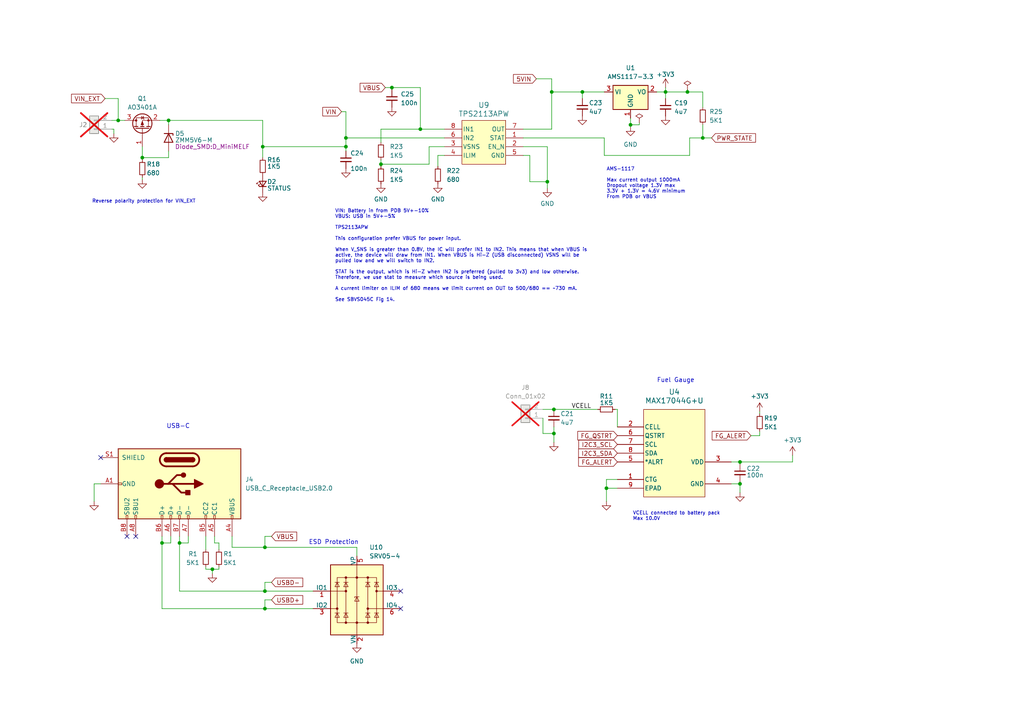
<source format=kicad_sch>
(kicad_sch (version 20230121) (generator eeschema)
  (paper "A4")
  (lib_symbols
    (symbol "Battery_Management:MAX17044G+U" (pin_names (offset 0.254))
      (property "Reference" "U4" (at 0 21.59 0))
      (property "Value" "MAX17044G+U" (at 0 19.05 0))
      (symbol "MAX17044G+U_0_1"
        (pin unspecified line (at -16.51 -3.81 0) (length 7.62) (name "CTG") (number "1"))
        (pin input line (at -16.51 11.43 0) (length 7.62) (name "CELL") (number "2"))
        (pin power_in line (at 16.51 1.27 180) (length 7.62) (name "VDD") (number "3"))
        (pin power_in line (at 16.51 -5.08 180) (length 7.62) (name "GND") (number "4"))
        (pin output line (at -16.51 1.27 0) (length 7.62) (name "*ALRT") (number "5"))
        (pin input line (at -16.51 8.89 0) (length 7.62) (name "QSTRT") (number "6"))
        (pin input line (at -16.51 6.35 0) (length 7.62) (name "SCL") (number "7"))
        (pin bidirectional line (at -16.51 3.81 0) (length 7.62) (name "SDA") (number "8"))
        (pin unspecified line (at -16.51 -6.35 0) (length 7.62) (name "EPAD") (number "9"))
      )
      (symbol "MAX17044G+U_1_1"
        (rectangle (start -8.89 16.51) (end 8.89 -8.89) (fill (type background)))
      )
    )
    (symbol "Connector:USB_C_Receptacle_USB2.0" (pin_names (offset 1.016))
      (property "Reference" "J" (at -10.16 19.05 0))
      (property "Value" "USB_C_Receptacle_USB2.0" (at 19.05 19.05 0))
      (symbol "USB_C_Receptacle_USB2.0_0_0"
        (rectangle (start -0.254 -17.78) (end 0.254 -16.764))
        (rectangle (start 10.16 -14.986) (end 9.144 -15.494))
        (rectangle (start 10.16 -12.446) (end 9.144 -12.954))
        (rectangle (start 10.16 -4.826) (end 9.144 -5.334))
        (rectangle (start 10.16 -2.286) (end 9.144 -2.794))
        (rectangle (start 10.16 0.254) (end 9.144 -0.254))
        (rectangle (start 10.16 2.794) (end 9.144 2.286))
        (rectangle (start 10.16 7.874) (end 9.144 7.366))
        (rectangle (start 10.16 10.414) (end 9.144 9.906))
        (rectangle (start 10.16 15.494) (end 9.144 14.986))
      )
      (symbol "USB_C_Receptacle_USB2.0_0_1"
        (rectangle (start -10.16 17.78) (end 10.16 -17.78) (stroke (width 0.254)) (fill (type background)))
        (arc (start -8.89 -3.81) (mid -6.985 -5.7067) (end -5.08 -3.81) (stroke (width 0.508)))
        (arc (start -7.62 -3.81) (mid -6.985 -4.4423) (end -6.35 -3.81) (stroke (width 0.254)))
        (arc (start -7.62 -3.81) (mid -6.985 -4.4423) (end -6.35 -3.81) (stroke (width 0.254)) (fill (type outline)))
        (rectangle (start -7.62 -3.81) (end -6.35 3.81) (stroke (width 0.254)) (fill (type outline)))
        (arc (start -6.35 3.81) (mid -6.985 4.4423) (end -7.62 3.81) (stroke (width 0.254)))
        (arc (start -6.35 3.81) (mid -6.985 4.4423) (end -7.62 3.81) (stroke (width 0.254)) (fill (type outline)))
        (arc (start -5.08 3.81) (mid -6.985 5.7067) (end -8.89 3.81) (stroke (width 0.508)))
        (circle (center -2.54 1.143) (radius 0.635) (stroke (width 0.254)) (fill (type outline)))
        (circle (center 0 -5.842) (radius 1.27) (fill (type outline)))
        (polyline (pts (xy -8.89 -3.81) (xy -8.89 3.81)) (stroke (width 0.508)))
        (polyline (pts (xy -5.08 3.81) (xy -5.08 -3.81)) (stroke (width 0.508)))
        (polyline (pts (xy 0 -5.842) (xy 0 4.318)) (stroke (width 0.508)))
        (polyline (pts (xy 0 -3.302) (xy -2.54 -0.762) (xy -2.54 0.508)) (stroke (width 0.508)))
        (polyline (pts (xy 0 -2.032) (xy 2.54 0.508) (xy 2.54 1.778)) (stroke (width 0.508)))
        (polyline (pts (xy -1.27 4.318) (xy 0 6.858) (xy 1.27 4.318) (xy -1.27 4.318)) (stroke (width 0.254)) (fill (type outline)))
        (rectangle (start 1.905 1.778) (end 3.175 3.048) (stroke (width 0.254)) (fill (type outline)))
      )
      (symbol "USB_C_Receptacle_USB2.0_1_1"
        (pin passive line (at 0 -22.86 90) (length 5.08) (name "GND") (number "A1"))
        (pin passive line (at 0 -22.86 90) (length 5.08) hide (name "GND") (number "A12"))
        (pin passive line (at 15.24 15.24 180) (length 5.08) (name "VBUS") (number "A4"))
        (pin bidirectional line (at 15.24 10.16 180) (length 5.08) (name "CC1") (number "A5"))
        (pin bidirectional line (at 15.24 -2.54 180) (length 5.08) (name "D+") (number "A6"))
        (pin bidirectional line (at 15.24 2.54 180) (length 5.08) (name "D-") (number "A7"))
        (pin bidirectional line (at 15.24 -12.7 180) (length 5.08) (name "SBU1") (number "A8"))
        (pin passive line (at 15.24 15.24 180) (length 5.08) hide (name "VBUS") (number "A9"))
        (pin passive line (at 0 -22.86 90) (length 5.08) hide (name "GND") (number "B1"))
        (pin passive line (at 0 -22.86 90) (length 5.08) hide (name "GND") (number "B12"))
        (pin passive line (at 15.24 15.24 180) (length 5.08) hide (name "VBUS") (number "B4"))
        (pin bidirectional line (at 15.24 7.62 180) (length 5.08) (name "CC2") (number "B5"))
        (pin bidirectional line (at 15.24 -5.08 180) (length 5.08) (name "D+") (number "B6"))
        (pin bidirectional line (at 15.24 0 180) (length 5.08) (name "D-") (number "B7"))
        (pin bidirectional line (at 15.24 -15.24 180) (length 5.08) (name "SBU2") (number "B8"))
        (pin passive line (at 15.24 15.24 180) (length 5.08) hide (name "VBUS") (number "B9"))
        (pin passive line (at -7.62 -22.86 90) (length 5.08) (name "SHIELD") (number "S1"))
      )
    )
    (symbol "Connector_Generic:Conn_01x02" (pin_names (offset 1.016) hide)
      (property "Reference" "J" (at 0 2.54 0))
      (property "Value" "Conn_01x02" (at 0 -5.08 0))
      (symbol "Conn_01x02_1_1"
        (rectangle (start -1.27 -2.413) (end 0 -2.667) (stroke (width 0.1524)))
        (rectangle (start -1.27 0.127) (end 0 -0.127) (stroke (width 0.1524)))
        (rectangle (start -1.27 1.27) (end 1.27 -3.81) (stroke (width 0.254)) (fill (type background)))
        (pin passive line (at -5.08 0 0) (length 3.81) (name "Pin_1") (number "1"))
        (pin passive line (at -5.08 -2.54 0) (length 3.81) (name "Pin_2") (number "2"))
      )
    )
    (symbol "Device:C_Small" (pin_numbers hide) (pin_names (offset 0.254) hide)
      (property "Reference" "C" (at 0.254 1.778 0))
      (property "Value" "C_Small" (at 0.254 -2.032 0))
      (symbol "C_Small_0_1"
        (polyline (pts (xy -1.524 -0.508) (xy 1.524 -0.508)) (stroke (width 0.3302)))
        (polyline (pts (xy -1.524 0.508) (xy 1.524 0.508)) (stroke (width 0.3048)))
      )
      (symbol "C_Small_1_1"
        (pin passive line (at 0 2.54 270) (length 2.032) (name "~") (number "1"))
        (pin passive line (at 0 -2.54 90) (length 2.032) (name "~") (number "2"))
      )
    )
    (symbol "Device:D_Zener" (pin_numbers hide) (pin_names (offset 1.016) hide)
      (property "Reference" "D" (at 0 2.54 0))
      (property "Value" "D_Zener" (at 0 -2.54 0))
      (symbol "D_Zener_0_1"
        (polyline (pts (xy 1.27 0) (xy -1.27 0)))
        (polyline (pts (xy -1.27 -1.27) (xy -1.27 1.27) (xy -0.762 1.27)) (stroke (width 0.254)))
        (polyline (pts (xy 1.27 -1.27) (xy 1.27 1.27) (xy -1.27 0) (xy 1.27 -1.27)) (stroke (width 0.254)))
      )
      (symbol "D_Zener_1_1"
        (pin passive line (at -3.81 0 0) (length 2.54) (name "K") (number "1"))
        (pin passive line (at 3.81 0 180) (length 2.54) (name "A") (number "2"))
      )
    )
    (symbol "Device:LED_Small" (pin_numbers hide) (pin_names (offset 0.254) hide)
      (property "Reference" "D" (at -1.27 3.175 0))
      (property "Value" "LED_Small" (at -4.445 -2.54 0))
      (symbol "LED_Small_0_1"
        (polyline (pts (xy -0.762 -1.016) (xy -0.762 1.016)) (stroke (width 0.254)))
        (polyline (pts (xy 1.016 0) (xy -0.762 0)))
        (polyline (pts (xy 0.762 -1.016) (xy -0.762 0) (xy 0.762 1.016) (xy 0.762 -1.016)) (stroke (width 0.254)))
        (polyline (pts (xy 0 0.762) (xy -0.508 1.27) (xy -0.254 1.27) (xy -0.508 1.27) (xy -0.508 1.016)))
        (polyline (pts (xy 0.508 1.27) (xy 0 1.778) (xy 0.254 1.778) (xy 0 1.778) (xy 0 1.524)))
      )
      (symbol "LED_Small_1_1"
        (pin passive line (at -2.54 0 0) (length 1.778) (name "K") (number "1"))
        (pin passive line (at 2.54 0 180) (length 1.778) (name "A") (number "2"))
      )
    )
    (symbol "Device:R_Small" (pin_numbers hide) (pin_names (offset 0.254) hide)
      (property "Reference" "R" (at 0.762 0.508 0))
      (property "Value" "R_Small" (at 0.762 -1.016 0))
      (symbol "R_Small_0_1"
        (rectangle (start -0.762 1.778) (end 0.762 -1.778) (stroke (width 0.2032)))
      )
      (symbol "R_Small_1_1"
        (pin passive line (at 0 2.54 270) (length 0.762) (name "~") (number "1"))
        (pin passive line (at 0 -2.54 90) (length 0.762) (name "~") (number "2"))
      )
    )
    (symbol "Power_Protection:SRV05-4" (pin_names (offset 0))
      (property "Reference" "U" (at -5.08 11.43 0))
      (property "Value" "SRV05-4" (at 2.54 11.43 0))
      (symbol "SRV05-4_0_0"
        (rectangle (start -5.715 6.477) (end 5.715 -6.604))
        (polyline (pts (xy -3.175 -6.604) (xy -3.175 6.477)))
        (polyline (pts (xy 3.175 6.477) (xy 3.175 -6.604)))
      )
      (symbol "SRV05-4_0_1"
        (rectangle (start -7.62 10.16) (end 7.62 -10.16) (stroke (width 0.254)) (fill (type background)))
        (circle (center -5.715 -2.54) (radius 0.2794) (fill (type outline)))
        (circle (center -3.175 -6.604) (radius 0.2794) (fill (type outline)))
        (circle (center -3.175 2.54) (radius 0.2794) (fill (type outline)))
        (circle (center -3.175 6.477) (radius 0.2794) (fill (type outline)))
        (circle (center 0 -6.604) (radius 0.2794) (fill (type outline)))
        (polyline (pts (xy -7.747 2.54) (xy -3.175 2.54)))
        (polyline (pts (xy -7.62 -2.54) (xy -5.715 -2.54)))
        (polyline (pts (xy -5.08 -3.81) (xy -6.35 -3.81)))
        (polyline (pts (xy -5.08 5.08) (xy -6.35 5.08)))
        (polyline (pts (xy -2.54 -3.81) (xy -3.81 -3.81)))
        (polyline (pts (xy -2.54 5.08) (xy -3.81 5.08)))
        (polyline (pts (xy 0 10.16) (xy 0 -10.16)))
        (polyline (pts (xy 3.81 -3.81) (xy 2.54 -3.81)))
        (polyline (pts (xy 3.81 5.08) (xy 2.54 5.08)))
        (polyline (pts (xy 6.35 -3.81) (xy 5.08 -3.81)))
        (polyline (pts (xy 6.35 5.08) (xy 5.08 5.08)))
        (polyline (pts (xy 7.62 -2.54) (xy 3.175 -2.54)))
        (polyline (pts (xy 7.62 2.54) (xy 5.715 2.54)))
        (polyline (pts (xy 0.635 0.889) (xy -0.635 0.889) (xy -0.635 0.635)))
        (polyline (pts (xy -5.08 -5.08) (xy -6.35 -5.08) (xy -5.715 -3.81) (xy -5.08 -5.08)))
        (polyline (pts (xy -5.08 3.81) (xy -6.35 3.81) (xy -5.715 5.08) (xy -5.08 3.81)))
        (polyline (pts (xy -2.54 -5.08) (xy -3.81 -5.08) (xy -3.175 -3.81) (xy -2.54 -5.08)))
        (polyline (pts (xy -2.54 3.81) (xy -3.81 3.81) (xy -3.175 5.08) (xy -2.54 3.81)))
        (polyline (pts (xy 0.635 -0.381) (xy -0.635 -0.381) (xy 0 0.889) (xy 0.635 -0.381)))
        (polyline (pts (xy 3.81 -5.08) (xy 2.54 -5.08) (xy 3.175 -3.81) (xy 3.81 -5.08)))
        (polyline (pts (xy 3.81 3.81) (xy 2.54 3.81) (xy 3.175 5.08) (xy 3.81 3.81)))
        (polyline (pts (xy 6.35 -5.08) (xy 5.08 -5.08) (xy 5.715 -3.81) (xy 6.35 -5.08)))
        (polyline (pts (xy 6.35 3.81) (xy 5.08 3.81) (xy 5.715 5.08) (xy 6.35 3.81)))
        (circle (center 0 6.477) (radius 0.2794) (fill (type outline)))
        (circle (center 3.175 -6.604) (radius 0.2794) (fill (type outline)))
        (circle (center 3.175 -2.54) (radius 0.2794) (fill (type outline)))
        (circle (center 3.175 6.477) (radius 0.2794) (fill (type outline)))
        (circle (center 5.715 2.54) (radius 0.2794) (fill (type outline)))
      )
      (symbol "SRV05-4_1_1"
        (pin passive line (at -12.7 2.54 0) (length 5.08) (name "IO1") (number "1"))
        (pin passive line (at 0 -12.7 90) (length 2.54) (name "VN") (number "2"))
        (pin passive line (at -12.7 -2.54 0) (length 5.08) (name "IO2") (number "3"))
        (pin passive line (at 12.7 2.54 180) (length 5.08) (name "IO3") (number "4"))
        (pin passive line (at 0 12.7 270) (length 2.54) (name "VP") (number "5"))
        (pin passive line (at 12.7 -2.54 180) (length 5.08) (name "IO4") (number "6"))
      )
    )
    (symbol "Power_Supervisor:TPS2113APW" (pin_names (offset 0.254))
      (property "Reference" "U9" (at 0 10.16 0))
      (property "Value" "TPS2113APW" (at 0 7.62 0))
      (symbol "TPS2113APW_0_1"
        (pin tri_state line (at 11.43 1.27 180) (length 5.08) (name "STAT") (number "1"))
        (pin input line (at 11.43 -1.27 180) (length 5.08) (name "EN_N") (number "2"))
        (pin input line (at -11.43 -1.27 0) (length 5.08) (name "VSNS") (number "3"))
        (pin input line (at -11.43 -3.81 0) (length 5.08) (name "ILIM") (number "4"))
        (pin power_in line (at 11.43 -3.81 180) (length 5.08) (name "GND") (number "5"))
        (pin power_in line (at -11.43 1.27 0) (length 5.08) (name "IN2") (number "6"))
        (pin power_in line (at 11.43 3.81 180) (length 5.08) (name "OUT") (number "7"))
        (pin power_in line (at -11.43 3.81 0) (length 5.08) (name "IN1") (number "8"))
      )
      (symbol "TPS2113APW_1_1"
        (rectangle (start -6.35 6.35) (end 6.35 -6.35) (fill (type background)))
      )
    )
    (symbol "Regulator_Linear:AMS1117-3.3"
      (property "Reference" "U" (at -3.81 3.175 0))
      (property "Value" "AMS1117-3.3" (at 0 3.175 0))
      (symbol "AMS1117-3.3_0_1"
        (rectangle (start -5.08 -5.08) (end 5.08 1.905) (stroke (width 0.254)) (fill (type background)))
      )
      (symbol "AMS1117-3.3_1_1"
        (pin power_in line (at 0 -7.62 90) (length 2.54) (name "GND") (number "1"))
        (pin power_out line (at 7.62 0 180) (length 2.54) (name "VO") (number "2"))
        (pin power_in line (at -7.62 0 0) (length 2.54) (name "VI") (number "3"))
      )
    )
    (symbol "Transistor_FET:AO3401A" (pin_names hide)
      (property "Reference" "Q" (at 5.08 1.905 0))
      (property "Value" "AO3401A" (at 5.08 0 0))
      (symbol "AO3401A_0_1"
        (polyline (pts (xy 0.254 0) (xy -2.54 0)))
        (polyline (pts (xy 0.254 1.905) (xy 0.254 -1.905)) (stroke (width 0.254)))
        (polyline (pts (xy 0.762 -1.27) (xy 0.762 -2.286)) (stroke (width 0.254)))
        (polyline (pts (xy 0.762 0.508) (xy 0.762 -0.508)) (stroke (width 0.254)))
        (polyline (pts (xy 0.762 2.286) (xy 0.762 1.27)) (stroke (width 0.254)))
        (polyline (pts (xy 2.54 2.54) (xy 2.54 1.778)))
        (polyline (pts (xy 2.54 -2.54) (xy 2.54 0) (xy 0.762 0)))
        (polyline (pts (xy 0.762 1.778) (xy 3.302 1.778) (xy 3.302 -1.778) (xy 0.762 -1.778)))
        (polyline (pts (xy 2.286 0) (xy 1.27 0.381) (xy 1.27 -0.381) (xy 2.286 0)) (fill (type outline)))
        (polyline (pts (xy 2.794 -0.508) (xy 2.921 -0.381) (xy 3.683 -0.381) (xy 3.81 -0.254)))
        (polyline (pts (xy 3.302 -0.381) (xy 2.921 0.254) (xy 3.683 0.254) (xy 3.302 -0.381)))
        (circle (center 1.651 0) (radius 2.794) (stroke (width 0.254)))
        (circle (center 2.54 -1.778) (radius 0.254) (fill (type outline)))
        (circle (center 2.54 1.778) (radius 0.254) (fill (type outline)))
      )
      (symbol "AO3401A_1_1"
        (pin input line (at -5.08 0 0) (length 2.54) (name "G") (number "1"))
        (pin passive line (at 2.54 -5.08 90) (length 2.54) (name "S") (number "2"))
        (pin passive line (at 2.54 5.08 270) (length 2.54) (name "D") (number "3"))
      )
    )
    (symbol "power:+3V3" (power) (pin_names (offset 0))
      (property "Value" "+3V3" (at 0 3.556 0))
      (symbol "+3V3_0_1"
        (polyline (pts (xy -0.762 1.27) (xy 0 2.54)))
        (polyline (pts (xy 0 0) (xy 0 2.54)))
        (polyline (pts (xy 0 2.54) (xy 0.762 1.27)))
      )
      (symbol "+3V3_1_1"
        (pin power_in line (at 0 0 90) (length 0) hide (name "+3V3") (number "1"))
      )
    )
    (symbol "power:GND" (power) (pin_names (offset 0))
      (property "Value" "GND" (at 0 -3.81 0))
      (symbol "GND_0_1"
        (polyline (pts (xy 0 0) (xy 0 -1.27) (xy 1.27 -1.27) (xy 0 -2.54) (xy -1.27 -1.27) (xy 0 -1.27)))
      )
      (symbol "GND_1_1"
        (pin power_in line (at 0 0 270) (length 0) hide (name "GND") (number "1"))
      )
    )
    (symbol "power:PWR_FLAG" (power) (pin_numbers hide) (pin_names (offset 0) hide)
      (property "Value" "PWR_FLAG" (at 0 3.81 0))
      (symbol "PWR_FLAG_0_0"
        (pin power_out line (at 0 0 90) (length 0) (name "pwr") (number "1"))
      )
      (symbol "PWR_FLAG_0_1"
        (polyline (pts (xy 0 0) (xy 0 1.27) (xy -1.016 1.905) (xy 0 2.54) (xy 1.016 1.905) (xy 0 1.27)))
      )
    )
  )
  (junction (at 168.91 26.67))
  (junction (at 160.655 118.745))
  (junction (at 193.04 26.67))
  (junction (at 76.835 176.53))
  (junction (at 214.63 133.985))
  (junction (at 52.07 157.48))
  (junction (at 76.835 158.75))
  (junction (at 175.895 141.605))
  (junction (at 34.29 34.925))
  (junction (at 121.92 37.465))
  (junction (at 203.835 40.005))
  (junction (at 182.88 36.195))
  (junction (at 158.75 52.705))
  (junction (at 199.39 26.67))
  (junction (at 113.665 25.4))
  (junction (at 76.835 171.45))
  (junction (at 110.49 47.625))
  (junction (at 41.275 45.72))
  (junction (at 214.63 140.335))
  (junction (at 48.895 34.925))
  (junction (at 160.655 125.73))
  (junction (at 46.99 157.48))
  (junction (at 76.2 42.545))
  (junction (at 100.33 42.545))
  (junction (at 61.595 165.1))
  (junction (at 100.33 40.005))
  (junction (at 160.02 26.67))
  (no_connect (at 116.205 176.53))
  (no_connect (at 29.21 132.715))
  (no_connect (at 39.37 155.575))
  (no_connect (at 116.205 171.45))
  (no_connect (at 36.83 155.575))
  (wire (pts (xy 78.74 168.91) (xy 76.835 168.91)))
  (wire (pts (xy 206.375 40.005) (xy 203.835 40.005)))
  (wire (pts (xy 175.895 141.605) (xy 179.07 141.605)))
  (wire (pts (xy 67.31 155.575) (xy 67.31 158.75)))
  (wire (pts (xy 124.46 42.545) (xy 124.46 47.625)))
  (wire (pts (xy 49.53 157.48) (xy 49.53 155.575)))
  (wire (pts (xy 157.48 125.73) (xy 160.655 125.73)))
  (wire (pts (xy 34.29 28.575) (xy 34.29 34.925)))
  (wire (pts (xy 229.87 132.08) (xy 229.87 133.985)))
  (wire (pts (xy 76.835 158.75) (xy 103.505 158.75)))
  (wire (pts (xy 179.07 139.065) (xy 175.895 139.065)))
  (wire (pts (xy 100.33 32.385) (xy 99.06 32.385)))
  (wire (pts (xy 160.02 22.86) (xy 160.02 26.67)))
  (wire (pts (xy 100.33 42.545) (xy 100.33 43.815)))
  (wire (pts (xy 103.505 158.75) (xy 103.505 161.29)))
  (wire (pts (xy 54.61 157.48) (xy 54.61 155.575)))
  (wire (pts (xy 52.07 171.45) (xy 76.835 171.45)))
  (wire (pts (xy 157.48 121.285) (xy 157.48 125.73)))
  (wire (pts (xy 157.48 118.745) (xy 160.655 118.745)))
  (wire (pts (xy 128.905 37.465) (xy 121.92 37.465)))
  (wire (pts (xy 110.49 47.625) (xy 110.49 48.26)))
  (wire (pts (xy 30.48 28.575) (xy 34.29 28.575)))
  (wire (pts (xy 182.88 36.195) (xy 185.42 36.195)))
  (wire (pts (xy 110.49 37.465) (xy 121.92 37.465)))
  (wire (pts (xy 160.02 26.67) (xy 168.91 26.67)))
  (wire (pts (xy 214.63 133.985) (xy 214.63 134.62)))
  (wire (pts (xy 214.63 139.7) (xy 214.63 140.335)))
  (wire (pts (xy 41.275 42.545) (xy 41.275 45.72)))
  (wire (pts (xy 160.655 118.745) (xy 173.355 118.745)))
  (wire (pts (xy 46.99 155.575) (xy 46.99 157.48)))
  (wire (pts (xy 214.63 133.985) (xy 229.87 133.985)))
  (wire (pts (xy 203.835 40.005) (xy 203.835 36.195)))
  (wire (pts (xy 128.905 45.085) (xy 127 45.085)))
  (wire (pts (xy 34.29 34.925) (xy 36.195 34.925)))
  (wire (pts (xy 76.2 42.545) (xy 76.2 45.72)))
  (wire (pts (xy 185.42 36.195) (xy 185.42 35.56)))
  (wire (pts (xy 193.04 26.67) (xy 199.39 26.67)))
  (wire (pts (xy 100.33 40.005) (xy 100.33 42.545)))
  (wire (pts (xy 32.385 37.465) (xy 33.02 37.465)))
  (wire (pts (xy 63.5 159.385) (xy 63.5 157.48)))
  (wire (pts (xy 151.765 37.465) (xy 160.02 37.465)))
  (wire (pts (xy 41.275 45.72) (xy 48.895 45.72)))
  (wire (pts (xy 63.5 157.48) (xy 62.23 157.48)))
  (wire (pts (xy 76.835 173.99) (xy 76.835 176.53)))
  (wire (pts (xy 41.275 51.435) (xy 41.275 52.07)))
  (wire (pts (xy 175.895 139.065) (xy 175.895 141.605)))
  (wire (pts (xy 155.575 22.86) (xy 160.02 22.86)))
  (wire (pts (xy 76.835 176.53) (xy 90.805 176.53)))
  (wire (pts (xy 48.895 45.72) (xy 48.895 43.815)))
  (wire (pts (xy 121.92 25.4) (xy 113.665 25.4)))
  (wire (pts (xy 100.33 32.385) (xy 100.33 40.005)))
  (wire (pts (xy 41.275 45.72) (xy 41.275 46.355)))
  (wire (pts (xy 168.91 26.67) (xy 175.26 26.67)))
  (wire (pts (xy 153.67 45.085) (xy 153.67 52.705)))
  (wire (pts (xy 76.835 155.575) (xy 76.835 158.75)))
  (wire (pts (xy 217.805 126.365) (xy 220.345 126.365)))
  (wire (pts (xy 63.5 164.465) (xy 63.5 165.1)))
  (wire (pts (xy 76.2 34.925) (xy 76.2 42.545)))
  (wire (pts (xy 214.63 140.335) (xy 214.63 142.875)))
  (wire (pts (xy 212.09 140.335) (xy 214.63 140.335)))
  (wire (pts (xy 128.905 42.545) (xy 124.46 42.545)))
  (wire (pts (xy 179.07 118.745) (xy 179.07 123.825)))
  (wire (pts (xy 203.835 26.67) (xy 199.39 26.67)))
  (wire (pts (xy 212.09 133.985) (xy 214.63 133.985)))
  (wire (pts (xy 59.69 159.385) (xy 59.69 155.575)))
  (wire (pts (xy 175.26 40.005) (xy 175.26 45.085)))
  (wire (pts (xy 111.76 25.4) (xy 113.665 25.4)))
  (wire (pts (xy 76.835 171.45) (xy 90.805 171.45)))
  (wire (pts (xy 61.595 165.1) (xy 63.5 165.1)))
  (wire (pts (xy 113.665 25.4) (xy 113.665 26.035)))
  (wire (pts (xy 76.835 155.575) (xy 78.74 155.575)))
  (wire (pts (xy 33.02 37.465) (xy 33.02 38.735)))
  (wire (pts (xy 160.655 125.73) (xy 160.655 123.825)))
  (wire (pts (xy 160.02 37.465) (xy 160.02 26.67)))
  (wire (pts (xy 48.895 34.925) (xy 76.2 34.925)))
  (wire (pts (xy 52.07 157.48) (xy 52.07 171.45)))
  (wire (pts (xy 52.07 157.48) (xy 54.61 157.48)))
  (wire (pts (xy 151.765 42.545) (xy 158.75 42.545)))
  (wire (pts (xy 193.04 25.4) (xy 193.04 26.67)))
  (wire (pts (xy 175.26 45.085) (xy 200.025 45.085)))
  (wire (pts (xy 76.2 42.545) (xy 100.33 42.545)))
  (wire (pts (xy 62.23 157.48) (xy 62.23 155.575)))
  (wire (pts (xy 46.355 34.925) (xy 48.895 34.925)))
  (wire (pts (xy 59.69 165.1) (xy 61.595 165.1)))
  (wire (pts (xy 127 45.085) (xy 127 48.26)))
  (wire (pts (xy 200.025 40.005) (xy 203.835 40.005)))
  (wire (pts (xy 175.895 141.605) (xy 175.895 145.415)))
  (wire (pts (xy 59.69 164.465) (xy 59.69 165.1)))
  (wire (pts (xy 78.74 173.99) (xy 76.835 173.99)))
  (wire (pts (xy 46.99 176.53) (xy 76.835 176.53)))
  (wire (pts (xy 46.99 157.48) (xy 49.53 157.48)))
  (wire (pts (xy 48.895 34.925) (xy 48.895 36.195)))
  (wire (pts (xy 220.345 119.38) (xy 220.345 120.015)))
  (wire (pts (xy 46.99 176.53) (xy 46.99 157.48)))
  (wire (pts (xy 121.92 37.465) (xy 121.92 25.4)))
  (wire (pts (xy 160.655 128.27) (xy 160.655 125.73)))
  (wire (pts (xy 110.49 46.355) (xy 110.49 47.625)))
  (wire (pts (xy 190.5 26.67) (xy 193.04 26.67)))
  (wire (pts (xy 220.345 125.095) (xy 220.345 126.365)))
  (wire (pts (xy 179.07 118.745) (xy 178.435 118.745)))
  (wire (pts (xy 193.04 28.575) (xy 193.04 26.67)))
  (wire (pts (xy 27.305 140.335) (xy 27.305 145.415)))
  (wire (pts (xy 200.025 45.085) (xy 200.025 40.005)))
  (wire (pts (xy 52.07 155.575) (xy 52.07 157.48)))
  (wire (pts (xy 61.595 166.37) (xy 61.595 165.1)))
  (wire (pts (xy 151.765 45.085) (xy 153.67 45.085)))
  (wire (pts (xy 158.75 42.545) (xy 158.75 52.705)))
  (wire (pts (xy 153.67 52.705) (xy 158.75 52.705)))
  (wire (pts (xy 168.91 26.67) (xy 168.91 28.575)))
  (wire (pts (xy 182.88 36.83) (xy 182.88 36.195)))
  (wire (pts (xy 110.49 41.275) (xy 110.49 37.465)))
  (wire (pts (xy 67.31 158.75) (xy 76.835 158.75)))
  (wire (pts (xy 32.385 34.925) (xy 34.29 34.925)))
  (wire (pts (xy 203.835 31.115) (xy 203.835 26.67)))
  (wire (pts (xy 158.75 54.61) (xy 158.75 52.705)))
  (wire (pts (xy 182.88 34.29) (xy 182.88 36.195)))
  (wire (pts (xy 27.305 140.335) (xy 29.21 140.335)))
  (wire (pts (xy 199.39 26.67) (xy 199.39 26.035)))
  (wire (pts (xy 110.49 47.625) (xy 124.46 47.625)))
  (wire (pts (xy 76.835 168.91) (xy 76.835 171.45)))
  (wire (pts (xy 151.765 40.005) (xy 175.26 40.005)))
  (wire (pts (xy 100.33 40.005) (xy 128.905 40.005)))
  (text "VCELL connected to battery pack\nMax 10.0V" (at 183.515 151.13 0) (effects (font (size 1 1)) (justify left bottom)))
  (text "Fuel Gauge" (at 190.5 111.125 0) (effects (font (size 1.27 1.27)) (justify left bottom)))
  (text "ESD Protection" (at 89.535 158.115 0) (effects (font (size 1.27 1.27)) (justify left bottom)))
  (text "USB-C" (at 48.26 124.46 0) (effects (font (size 1.27 1.27)) (justify left bottom)))
  (text "Reverse polarity protection for VIN_EXT" (at 26.67 59.055 0) (effects (font (size 1 1)) (justify left bottom)))
  (text "AMS-1117\n\nMax current output 1000mA\nDropout voltage 1.3V max\n3.3V + 1.3V = 4.6V minimum\nFrom PDB or VBUS" (at 175.895 57.785 0) (effects (font (size 1 1)) (justify left bottom)))
  (text "VIN: Battery in from PDB 5V+-10%\nVBUS: USB in 5V+-5%\n\nTPS2113APW\n\nThis configuration prefer VBUS for power input.\n\nWhen V_SNS is greater than 0.8V, the IC will prefer IN1 to IN2. This means that when VBUS is\nactive, the device will draw from IN1. When VBUS is Hi-Z (USB disconnected) VSNS will be\npulled low and we will switch to IN2. \n\nSTAT is the output, which is Hi-Z when IN2 is preferred (pulled to 3v3) and low otherwise. \nTherefore, we use stat to measure which source is being used.\n\nA current limiter on ILIM of 680 means we limit current on OUT to 500/680 == ~730 mA.\n\nSee SBVS045C Fig 14." (at 97.155 87.63 0) (effects (font (size 1 1)) (justify left bottom)))
  (label "VCELL" (at 165.735 118.745 0))
  (global_label "I2C3_SCL" (shape input) (at 179.07 128.905 180) (property "Intersheetrefs" "${INTERSHEET_REFS}" (effects hide)))
  (global_label "VBUS" (shape input) (at 78.74 155.575 0) (property "Intersheetrefs" "${INTERSHEET_REFS}" (effects hide)))
  (global_label "USBD-" (shape input) (at 78.74 168.91 0) (property "Intersheetrefs" "${INTERSHEET_REFS}" (effects hide)))
  (global_label "FG_QSTRT" (shape input) (at 179.07 126.365 180) (property "Intersheetrefs" "${INTERSHEET_REFS}" (effects hide)))
  (global_label "FG_ALERT" (shape input) (at 179.07 133.985 180) (property "Intersheetrefs" "${INTERSHEET_REFS}" (effects hide)))
  (global_label "5VIN" (shape input) (at 155.575 22.86 180) (property "Intersheetrefs" "${INTERSHEET_REFS}" (effects hide)))
  (global_label "FG_ALERT" (shape input) (at 217.805 126.365 180) (property "Intersheetrefs" "${INTERSHEET_REFS}" (effects hide)))
  (global_label "VIN_EXT" (shape input) (at 30.48 28.575 180) (property "Intersheetrefs" "${INTERSHEET_REFS}" (effects hide)))
  (global_label "VIN" (shape input) (at 99.06 32.385 180) (property "Intersheetrefs" "${INTERSHEET_REFS}" (effects hide)))
  (global_label "USBD+" (shape input) (at 78.74 173.99 0) (property "Intersheetrefs" "${INTERSHEET_REFS}" (effects hide)))
  (global_label "PWR_STATE" (shape input) (at 206.375 40.005 0) (property "Intersheetrefs" "${INTERSHEET_REFS}" (effects hide)))
  (global_label "I2C3_SDA" (shape input) (at 179.07 131.445 180) (property "Intersheetrefs" "${INTERSHEET_REFS}" (effects hide)))
  (global_label "VBUS" (shape input) (at 111.76 25.4 180) (property "Intersheetrefs" "${INTERSHEET_REFS}" (effects hide)))
  (symbol (lib_id "Device:C_Small") (at 160.655 121.285 0) (unit 1)
    (property "Reference" "C21" (at 162.56 120.015 0) (effects (justify left)))
    (property "Value" "4u7" (at 162.56 122.555 0) (effects (justify left)))
    (property "Footprint" "Capacitor_SMD:C_0603_1608Metric" (effects hide))
  )
  (symbol (lib_id "Device:C_Small") (at 214.63 137.16 0) (unit 1)
    (property "Reference" "C22" (at 216.535 135.89 0) (effects (justify left)))
    (property "Value" "100n" (at 216.535 137.795 0) (effects (justify left)))
    (property "Footprint" "Capacitor_SMD:C_0402_1005Metric" (effects hide))
  )
  (symbol (lib_id "Device:C_Small") (at 100.33 46.355 0) (unit 1)
    (property "Reference" "C24" (at 101.6 44.45 0) (effects (justify left)))
    (property "Value" "100n" (at 101.6 48.895 0) (effects (justify left)))
    (property "Footprint" "Capacitor_SMD:C_0402_1005Metric" (effects hide))
  )
  (symbol (lib_id "power:PWR_FLAG") (at 199.39 26.035 0) (unit 1)
    (property "Reference" "#FLG02" (effects hide))
    (property "Value" "PWR_FLAG" (effects hide))
    (instances (project "ollyfc3" (path "" (reference "#FLG02") (unit 1)) (path "" (reference "#FLG01") (unit 1))))
  )
  (symbol (lib_id "power:+3V3") (at 220.345 119.38 0) (unit 1)
    (property "Reference" "#PWR055" (effects hide))
    (property "Value" "+3V3" (at 220.345 114.935 0))
  )
  (symbol (lib_id "Device:R_Small") (at 220.345 122.555 0) (unit 1)
    (property "Reference" "R19" (at 221.615 121.285 0) (effects (justify left)))
    (property "Value" "5K1" (at 221.615 123.825 0) (effects (justify left)))
    (property "Footprint" "Resistor_SMD:R_0402_1005Metric" (effects hide))
  )
  (symbol (lib_id "power:GND") (at 127 53.34 0) (unit 1)
    (property "Reference" "#PWR070" (effects hide))
    (property "Value" "GND" (at 127 57.785 0))
  )
  (symbol (lib_id "power:GND") (at 100.33 48.895 0) (mirror y) (unit 1)
    (property "Reference" "#PWR047" (effects hide))
    (property "Value" "GND" (effects hide))
    (instances (project "ollyfc3" (path "" (reference "#PWR047") (unit 1)) (path "" (reference "#PWR068") (unit 1))))
  )
  (symbol (lib_id "power:GND") (at 158.75 54.61 0) (unit 1)
    (property "Reference" "#PWR069" (effects hide))
    (property "Value" "GND" (at 158.75 59.055 0))
  )
  (symbol (lib_id "Device:R_Small") (at 63.5 161.925 0) (unit 1)
    (property "Reference" "R1" (at 64.77 160.655 0) (effects (justify left)))
    (property "Value" "5K1" (at 64.77 163.195 0) (effects (justify left)))
    (property "Footprint" "Resistor_SMD:R_0402_1005Metric" (effects hide))
  )
  (symbol (lib_id "Device:R_Small") (at 110.49 50.8 0) (unit 1)
    (property "Reference" "R24" (at 113.03 49.53 0) (effects (justify left)))
    (property "Value" "1K5" (at 113.03 52.07 0) (effects (justify left)))
    (property "Footprint" "Resistor_SMD:R_0402_1005Metric" (effects hide))
  )
  (symbol (lib_id "power:GND") (at 175.895 145.415 0) (mirror y) (unit 1)
    (property "Reference" "#PWR061" (effects hide))
    (property "Value" "GND" (effects hide))
    (instances (project "ollyfc3" (path "" (reference "#PWR061") (unit 1)) (path "" (reference "#PWR057") (unit 1))))
  )
  (symbol (lib_id "Device:R_Small") (at 59.69 161.925 0) (unit 1)
    (property "Reference" "R1" (at 54.61 160.655 0) (effects (justify left)))
    (property "Value" "5K1" (at 53.975 163.195 0) (effects (justify left)))
    (property "Footprint" "Resistor_SMD:R_0402_1005Metric" (effects hide))
    (instances (project "ollyfc3" (path "" (reference "R1") (unit 1)) (path "" (reference "R21") (unit 1))))
  )
  (symbol (lib_id "power:GND") (at 76.2 55.88 0) (mirror y) (unit 1)
    (property "Reference" "#PWR047" (effects hide))
    (property "Value" "GND" (effects hide))
    (instances (project "ollyfc3" (path "" (reference "#PWR047") (unit 1)) (path "" (reference "#PWR046") (unit 1))))
  )
  (symbol (lib_id "power:GND") (at 110.49 53.34 0) (unit 1)
    (property "Reference" "#PWR072" (effects hide))
    (property "Value" "GND" (at 110.49 57.785 0))
  )
  (symbol (lib_id "power:GND") (at 160.655 128.27 0) (mirror y) (unit 1)
    (property "Reference" "#PWR061" (effects hide))
    (property "Value" "GND" (effects hide))
    (instances (project "ollyfc3" (path "" (reference "#PWR061") (unit 1)) (path "" (reference "#PWR058") (unit 1))))
  )
  (symbol (lib_id "Connector_Generic:Conn_01x02") (at 27.305 37.465 180) (unit 1) (dnp yes)
    (property "Reference" "J2" (at 24.13 36.195 0))
    (property "Value" "Conn_01x02" (effects hide))
    (property "Footprint" "Connector_JST:JST_PH_B2B-PH-K_1x02_P2.00mm_Vertical" (effects hide))
  )
  (symbol (lib_id "Power_Protection:SRV05-4") (at 103.505 173.99 0) (unit 1)
    (property "Reference" "U10" (at 107.1311 158.75 0) (effects (justify left)))
    (property "Value" "SRV05-4" (at 107.1311 161.29 0) (effects (justify left)))
    (property "Footprint" "Package_TO_SOT_SMD:SOT-23-6" (effects hide))
    (property "Datasheet" "http://www.onsemi.com/pub/Collateral/SRV05-4-D.PDF" (effects hide))
  )
  (symbol (lib_id "Device:R_Small") (at 175.895 118.745 270) (unit 1)
    (property "Reference" "R11" (at 175.895 114.935 90))
    (property "Value" "1K5" (at 175.895 116.84 90))
    (property "Footprint" "Resistor_SMD:R_0402_1005Metric" (effects hide))
  )
  (symbol (lib_id "power:PWR_FLAG") (at 185.42 35.56 0) (unit 1)
    (property "Reference" "#FLG02" (effects hide))
    (property "Value" "PWR_FLAG" (effects hide))
  )
  (symbol (lib_id "power:+3V3") (at 229.87 132.08 0) (mirror y) (unit 1)
    (property "Reference" "#PWR054" (effects hide))
    (property "Value" "+3V3" (at 229.87 127.635 0))
  )
  (symbol (lib_id "power:GND") (at 182.88 36.83 0) (unit 1)
    (property "Reference" "#PWR07" (effects hide))
    (property "Value" "GND" (at 182.88 41.91 0))
  )
  (symbol (lib_id "power:GND") (at 41.275 52.07 0) (mirror y) (unit 1)
    (property "Reference" "#PWR047" (effects hide))
    (property "Value" "GND" (effects hide))
    (instances (project "ollyfc3" (path "" (reference "#PWR047") (unit 1)) (path "" (reference "#PWR067") (unit 1))))
  )
  (symbol (lib_id "Connector_Generic:Conn_01x02") (at 152.4 121.285 180) (unit 1) (dnp yes)
    (property "Reference" "J8" (at 152.4 112.395 0))
    (property "Value" "Conn_01x02" (at 152.4 114.935 0))
    (property "Footprint" "Connector_JST:JST_PH_B2B-PH-K_1x02_P2.00mm_Vertical" (effects hide))
  )
  (symbol (lib_id "Battery_Management:MAX17044G+U") (at 195.58 135.255 0) (unit 1)
    (property "Reference" "U4" (at 195.58 113.665 0) (effects (font (size 1.524 1.524))))
    (property "Value" "MAX17044G+U" (at 195.58 116.205 0) (effects (font (size 1.524 1.524))))
    (property "Footprint" "Package_DFN_QFN:TDFN-8-1EP_3x2mm_P0.5mm_EP1.3x1.4mm" (effects hide))
    (property "Datasheet" "MAX17044G+U" (effects hide))
  )
  (symbol (lib_id "Device:R_Small") (at 76.2 48.26 0) (unit 1)
    (property "Reference" "R16" (at 77.47 46.355 0) (effects (justify left)))
    (property "Value" "1K5" (at 77.47 48.26 0) (effects (justify left)))
    (property "Footprint" "Resistor_SMD:R_0402_1005Metric" (effects hide))
  )
  (symbol (lib_id "Device:D_Zener") (at 48.895 40.005 270) (unit 1)
    (property "Reference" "D5" (at 50.8 38.735 90) (effects (justify left)))
    (property "Value" "ZMM5V6-M" (at 50.8 40.64 90) (effects (justify left)))
    (property "Footprint" "Diode_SMD:D_MiniMELF" (at 61.595 42.545 90))
  )
  (symbol (lib_id "Power_Supervisor:TPS2113APW") (at 140.335 41.275 0) (unit 1)
    (property "Reference" "U9" (at 140.335 30.48 0) (effects (font (size 1.524 1.524))))
    (property "Value" "TPS2113APW" (at 140.335 33.02 0) (effects (font (size 1.524 1.524))))
    (property "Footprint" "Package_SO:TSSOP-8_4.4x3mm_P0.65mm" (effects hide))
    (property "Datasheet" "TPS2113APW" (effects hide))
  )
  (symbol (lib_id "power:GND") (at 33.02 38.735 0) (unit 1)
    (property "Reference" "#PWR07" (effects hide))
    (property "Value" "GND" (effects hide))
    (instances (project "ollyfc3" (path "" (reference "#PWR07") (unit 1)) (path "" (reference "#PWR05") (unit 1))))
  )
  (symbol (lib_id "Device:LED_Small") (at 76.2 53.34 90) (unit 1)
    (property "Reference" "D2" (at 77.47 52.705 90) (effects (justify right)))
    (property "Value" "STATUS" (at 77.47 54.61 90) (effects (justify right)))
    (property "Footprint" "LED_SMD:LED_0603_1608Metric" (effects hide))
  )
  (symbol (lib_id "power:GND") (at 214.63 142.875 0) (mirror y) (unit 1)
    (property "Reference" "#PWR061" (effects hide))
    (property "Value" "GND" (effects hide))
    (instances (project "ollyfc3" (path "" (reference "#PWR061") (unit 1)) (path "" (reference "#PWR056") (unit 1))))
  )
  (symbol (lib_id "Connector:USB_C_Receptacle_USB2.0") (at 52.07 140.335 270) (unit 1)
    (property "Reference" "J4" (at 71.12 139.065 90) (effects (justify left)))
    (property "Value" "USB_C_Receptacle_USB2.0" (at 71.12 141.605 90) (effects (justify left)))
    (property "Footprint" "Connector_USB:USB_C_Receptacle_G-Switch_GT-USB-7010ASV" (effects hide))
    (property "Datasheet" "https://www.usb.org/sites/default/files/documents/usb_type-c.zip" (effects hide))
  )
  (symbol (lib_id "power:GND") (at 168.91 33.655 0) (unit 1)
    (property "Reference" "#PWR046" (effects hide))
    (property "Value" "GND" (effects hide))
    (instances (project "ollyfc3" (path "" (reference "#PWR046") (unit 1)) (path "" (reference "#PWR08") (unit 1))))
  )
  (symbol (lib_id "Device:C_Small") (at 168.91 31.115 0) (unit 1)
    (property "Reference" "C23" (at 170.815 29.845 0) (effects (justify left)))
    (property "Value" "4u7" (at 170.815 32.385 0) (effects (justify left)))
    (property "Footprint" "Capacitor_SMD:C_0603_1608Metric" (effects hide))
  )
  (symbol (lib_id "Device:R_Small") (at 127 50.8 0) (unit 1)
    (property "Reference" "R22" (at 129.54 49.53 0) (effects (justify left)))
    (property "Value" "680" (at 129.54 52.07 0) (effects (justify left)))
    (property "Footprint" "Resistor_SMD:R_0603_1608Metric" (effects hide))
  )
  (symbol (lib_id "Device:R_Small") (at 110.49 43.815 0) (unit 1)
    (property "Reference" "R23" (at 113.03 42.545 0) (effects (justify left)))
    (property "Value" "1K5" (at 113.03 45.085 0) (effects (justify left)))
    (property "Footprint" "Resistor_SMD:R_0402_1005Metric" (effects hide))
  )
  (symbol (lib_id "power:GND") (at 103.505 186.69 0) (unit 1)
    (property "Reference" "#PWR061" (effects hide))
    (property "Value" "GND" (at 103.505 191.77 0))
  )
  (symbol (lib_id "Device:R_Small") (at 41.275 48.895 0) (unit 1)
    (property "Reference" "R18" (at 42.545 47.625 0) (effects (justify left)))
    (property "Value" "680" (at 42.545 50.165 0) (effects (justify left)))
    (property "Footprint" "Resistor_SMD:R_0603_1608Metric" (effects hide))
  )
  (symbol (lib_id "power:GND") (at 61.595 166.37 0) (unit 1)
    (property "Reference" "#PWR021" (effects hide))
    (property "Value" "GND" (effects hide))
  )
  (symbol (lib_id "power:+3V3") (at 193.04 25.4 0) (unit 1)
    (property "Reference" "#PWR04" (effects hide))
    (property "Value" "+3V3" (at 193.04 21.59 0))
    (instances (project "ollyfc3" (path "" (reference "#PWR04") (unit 1)) (path "" (reference "#PWR03") (unit 1))))
  )
  (symbol (lib_id "Transistor_FET:AO3401A") (at 41.275 37.465 90) (unit 1)
    (property "Reference" "Q1" (at 41.275 28.575 90))
    (property "Value" "AO3401A" (at 41.275 31.115 90))
    (property "Footprint" "Package_TO_SOT_SMD:SOT-23" (effects hide))
    (property "Datasheet" "http://www.aosmd.com/pdfs/datasheet/AO3401A.pdf" (effects hide))
  )
  (symbol (lib_id "Device:C_Small") (at 113.665 28.575 0) (unit 1)
    (property "Reference" "C25" (at 116.205 27.3113 0) (effects (justify left)))
    (property "Value" "100n" (at 116.205 29.8513 0) (effects (justify left)))
    (property "Footprint" "Capacitor_SMD:C_0402_1005Metric" (effects hide))
  )
  (symbol (lib_id "Device:C_Small") (at 193.04 31.115 0) (unit 1)
    (property "Reference" "C19" (at 195.58 29.8513 0) (effects (justify left)))
    (property "Value" "4u7" (at 195.58 32.3913 0) (effects (justify left)))
    (property "Footprint" "Capacitor_SMD:C_0603_1608Metric" (effects hide))
  )
  (symbol (lib_id "Regulator_Linear:AMS1117-3.3") (at 182.88 26.67 0) (unit 1)
    (property "Reference" "U1" (at 182.88 19.685 0))
    (property "Value" "AMS1117-3.3" (at 182.88 22.225 0))
    (property "Footprint" "Package_TO_SOT_SMD:SOT-223-3_TabPin2" (effects hide))
    (property "Datasheet" "http://www.advanced-monolithic.com/pdf/ds1117.pdf" (effects hide))
  )
  (symbol (lib_id "power:GND") (at 27.305 145.415 0) (unit 1)
    (property "Reference" "#PWR015" (effects hide))
    (property "Value" "GND" (effects hide))
  )
  (symbol (lib_id "power:GND") (at 113.665 31.115 0) (mirror y) (unit 1)
    (property "Reference" "#PWR047" (effects hide))
    (property "Value" "GND" (effects hide))
    (instances (project "ollyfc3" (path "" (reference "#PWR047") (unit 1)) (path "" (reference "#PWR071") (unit 1))))
  )
  (symbol (lib_id "Device:R_Small") (at 203.835 33.655 0) (unit 1)
    (property "Reference" "R25" (at 205.74 32.385 0) (effects (justify left)))
    (property "Value" "5K1" (at 205.74 34.925 0) (effects (justify left)))
    (property "Footprint" "Resistor_SMD:R_0402_1005Metric" (effects hide))
  )
  (symbol (lib_id "power:GND") (at 193.04 33.655 0) (unit 1)
    (property "Reference" "#PWR046" (effects hide))
    (property "Value" "GND" (effects hide))
    (instances (project "ollyfc3" (path "" (reference "#PWR046") (unit 1)) (path "" (reference "#PWR04") (unit 1))))
  )
)
</source>
